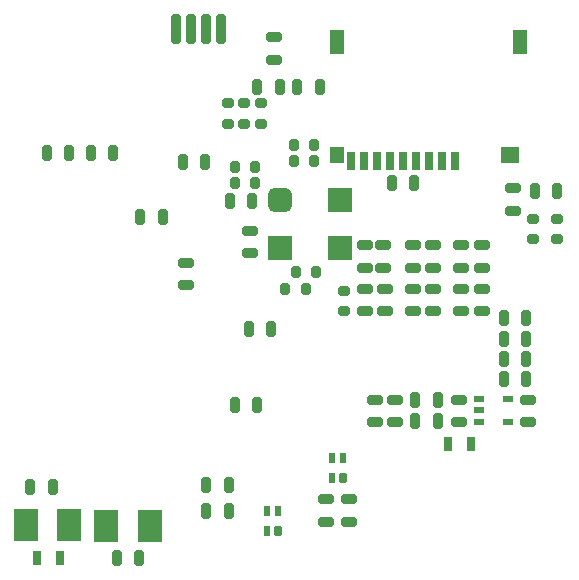
<source format=gbp>
G04*
G04 #@! TF.GenerationSoftware,Altium Limited,Altium Designer,20.0.2 (26)*
G04*
G04 Layer_Color=128*
%FSLAX44Y44*%
%MOMM*%
G71*
G01*
G75*
G04:AMPARAMS|DCode=17|XSize=0.8mm|YSize=1.3mm|CornerRadius=0.2mm|HoleSize=0mm|Usage=FLASHONLY|Rotation=180.000|XOffset=0mm|YOffset=0mm|HoleType=Round|Shape=RoundedRectangle|*
%AMROUNDEDRECTD17*
21,1,0.8000,0.9000,0,0,180.0*
21,1,0.4000,1.3000,0,0,180.0*
1,1,0.4000,-0.2000,0.4500*
1,1,0.4000,0.2000,0.4500*
1,1,0.4000,0.2000,-0.4500*
1,1,0.4000,-0.2000,-0.4500*
%
%ADD17ROUNDEDRECTD17*%
G04:AMPARAMS|DCode=22|XSize=0.8mm|YSize=1.3mm|CornerRadius=0.2mm|HoleSize=0mm|Usage=FLASHONLY|Rotation=270.000|XOffset=0mm|YOffset=0mm|HoleType=Round|Shape=RoundedRectangle|*
%AMROUNDEDRECTD22*
21,1,0.8000,0.9000,0,0,270.0*
21,1,0.4000,1.3000,0,0,270.0*
1,1,0.4000,-0.4500,-0.2000*
1,1,0.4000,-0.4500,0.2000*
1,1,0.4000,0.4500,0.2000*
1,1,0.4000,0.4500,-0.2000*
%
%ADD22ROUNDEDRECTD22*%
G04:AMPARAMS|DCode=23|XSize=0.8mm|YSize=1mm|CornerRadius=0.2mm|HoleSize=0mm|Usage=FLASHONLY|Rotation=0.000|XOffset=0mm|YOffset=0mm|HoleType=Round|Shape=RoundedRectangle|*
%AMROUNDEDRECTD23*
21,1,0.8000,0.6000,0,0,0.0*
21,1,0.4000,1.0000,0,0,0.0*
1,1,0.4000,0.2000,-0.3000*
1,1,0.4000,-0.2000,-0.3000*
1,1,0.4000,-0.2000,0.3000*
1,1,0.4000,0.2000,0.3000*
%
%ADD23ROUNDEDRECTD23*%
G04:AMPARAMS|DCode=24|XSize=0.8mm|YSize=1mm|CornerRadius=0.2mm|HoleSize=0mm|Usage=FLASHONLY|Rotation=270.000|XOffset=0mm|YOffset=0mm|HoleType=Round|Shape=RoundedRectangle|*
%AMROUNDEDRECTD24*
21,1,0.8000,0.6000,0,0,270.0*
21,1,0.4000,1.0000,0,0,270.0*
1,1,0.4000,-0.3000,-0.2000*
1,1,0.4000,-0.3000,0.2000*
1,1,0.4000,0.3000,0.2000*
1,1,0.4000,0.3000,-0.2000*
%
%ADD24ROUNDEDRECTD24*%
G04:AMPARAMS|DCode=34|XSize=2.54mm|YSize=0.9144mm|CornerRadius=0mm|HoleSize=0mm|Usage=FLASHONLY|Rotation=90.000|XOffset=0mm|YOffset=0mm|HoleType=Round|Shape=Octagon|*
%AMOCTAGOND34*
4,1,8,0.2286,1.2700,-0.2286,1.2700,-0.4572,1.0414,-0.4572,-1.0414,-0.2286,-1.2700,0.2286,-1.2700,0.4572,-1.0414,0.4572,1.0414,0.2286,1.2700,0.0*
%
%ADD34OCTAGOND34*%

%ADD100R,0.8000X1.3000*%
%ADD101R,1.2000X2.0000*%
%ADD102R,1.6000X1.4000*%
%ADD103R,1.2000X1.4000*%
%ADD104R,0.7000X1.6000*%
%ADD105R,0.6000X0.9000*%
G04:AMPARAMS|DCode=106|XSize=0.9mm|YSize=0.6mm|CornerRadius=0.15mm|HoleSize=0mm|Usage=FLASHONLY|Rotation=90.000|XOffset=0mm|YOffset=0mm|HoleType=Round|Shape=RoundedRectangle|*
%AMROUNDEDRECTD106*
21,1,0.9000,0.3000,0,0,90.0*
21,1,0.6000,0.6000,0,0,90.0*
1,1,0.3000,0.1500,0.3000*
1,1,0.3000,0.1500,-0.3000*
1,1,0.3000,-0.1500,-0.3000*
1,1,0.3000,-0.1500,0.3000*
%
%ADD106ROUNDEDRECTD106*%
%ADD107R,2.0000X2.8000*%
%ADD108R,0.9500X0.6000*%
%ADD109R,2.0000X2.0000*%
G04:AMPARAMS|DCode=110|XSize=2mm|YSize=2mm|CornerRadius=0.5mm|HoleSize=0mm|Usage=FLASHONLY|Rotation=270.000|XOffset=0mm|YOffset=0mm|HoleType=Round|Shape=RoundedRectangle|*
%AMROUNDEDRECTD110*
21,1,2.0000,1.0000,0,0,270.0*
21,1,1.0000,2.0000,0,0,270.0*
1,1,1.0000,-0.5000,-0.5000*
1,1,1.0000,-0.5000,0.5000*
1,1,1.0000,0.5000,0.5000*
1,1,1.0000,0.5000,-0.5000*
%
%ADD110ROUNDEDRECTD110*%
D17*
X1139000Y479416D02*
D03*
X1120000D02*
D03*
X848000Y645520D02*
D03*
X867000D02*
D03*
X904000Y504520D02*
D03*
X923000D02*
D03*
X1120000Y496416D02*
D03*
X1139000D02*
D03*
X1025220Y628520D02*
D03*
X1044220D02*
D03*
X888000Y612520D02*
D03*
X907000D02*
D03*
X1139000Y462416D02*
D03*
X1120000D02*
D03*
Y513520D02*
D03*
X1139000D02*
D03*
X964000Y709520D02*
D03*
X945000D02*
D03*
X911000D02*
D03*
X930000D02*
D03*
X887000Y372520D02*
D03*
X868000D02*
D03*
Y350520D02*
D03*
X887000D02*
D03*
X1064000Y444570D02*
D03*
X1045000D02*
D03*
Y426570D02*
D03*
X1064000D02*
D03*
X1146000Y621520D02*
D03*
X1165000D02*
D03*
X792000Y310520D02*
D03*
X811000D02*
D03*
X892000Y440520D02*
D03*
X911000D02*
D03*
X812000Y599520D02*
D03*
X831000D02*
D03*
X789000Y653520D02*
D03*
X770000D02*
D03*
X733000D02*
D03*
X752000D02*
D03*
X719000Y370520D02*
D03*
X738000D02*
D03*
D22*
X925000Y732520D02*
D03*
Y751520D02*
D03*
X905000Y568520D02*
D03*
Y587520D02*
D03*
X1018000Y575520D02*
D03*
Y556520D02*
D03*
X1084000Y538520D02*
D03*
Y519520D02*
D03*
Y575520D02*
D03*
Y556520D02*
D03*
X1002000Y538520D02*
D03*
Y519520D02*
D03*
X1002000Y575520D02*
D03*
Y556520D02*
D03*
X1043000D02*
D03*
Y575520D02*
D03*
X1043000Y519520D02*
D03*
Y538520D02*
D03*
X1101000Y538520D02*
D03*
Y519520D02*
D03*
Y575520D02*
D03*
Y556520D02*
D03*
X1019000Y538520D02*
D03*
Y519520D02*
D03*
X1060000Y556520D02*
D03*
Y575520D02*
D03*
X1060000Y519520D02*
D03*
Y538520D02*
D03*
X989000Y341520D02*
D03*
Y360520D02*
D03*
X969000D02*
D03*
Y341520D02*
D03*
X851000Y541520D02*
D03*
Y560520D02*
D03*
X1128000Y604520D02*
D03*
Y623520D02*
D03*
X1011000Y425570D02*
D03*
Y444570D02*
D03*
X1028000D02*
D03*
Y425570D02*
D03*
X1082000D02*
D03*
Y444570D02*
D03*
X1140000Y425520D02*
D03*
Y444520D02*
D03*
D23*
X959000Y660520D02*
D03*
X942000D02*
D03*
X961000Y552520D02*
D03*
X944000D02*
D03*
X952000Y538520D02*
D03*
X935000D02*
D03*
X942000Y646520D02*
D03*
X959000D02*
D03*
X909000Y641520D02*
D03*
X892000D02*
D03*
Y628520D02*
D03*
X909000D02*
D03*
D24*
X914000Y695520D02*
D03*
Y678520D02*
D03*
X900000D02*
D03*
Y695520D02*
D03*
X886000D02*
D03*
Y678520D02*
D03*
X985000Y519520D02*
D03*
Y536520D02*
D03*
X1145000Y597670D02*
D03*
Y580670D02*
D03*
X1165000D02*
D03*
Y597670D02*
D03*
D34*
X842560Y758580D02*
D03*
X855260D02*
D03*
X867960D02*
D03*
X880660D02*
D03*
D100*
X725000Y310520D02*
D03*
X744000D02*
D03*
X1073000Y407520D02*
D03*
X1092000D02*
D03*
D101*
X978800Y747520D02*
D03*
X1133800D02*
D03*
D102*
X1124800Y651520D02*
D03*
D103*
X978800D02*
D03*
D104*
X990550Y646520D02*
D03*
X1012550D02*
D03*
X1001550D02*
D03*
X1056550D02*
D03*
X1078550D02*
D03*
X1067550D02*
D03*
X1023550D02*
D03*
X1045550D02*
D03*
X1034550D02*
D03*
D105*
X974000Y378520D02*
D03*
X919000Y333520D02*
D03*
Y350520D02*
D03*
X929000D02*
D03*
X984000Y395520D02*
D03*
X974000D02*
D03*
D106*
X984000Y378520D02*
D03*
X929000Y333520D02*
D03*
D107*
X715000Y338520D02*
D03*
X751830D02*
D03*
X783170Y337520D02*
D03*
X820000D02*
D03*
D108*
X1099000Y426070D02*
D03*
Y435570D02*
D03*
Y445070D02*
D03*
X1123500D02*
D03*
Y426070D02*
D03*
D109*
X981000Y573520D02*
D03*
Y613520D02*
D03*
X930200Y573520D02*
D03*
D110*
Y613520D02*
D03*
M02*

</source>
